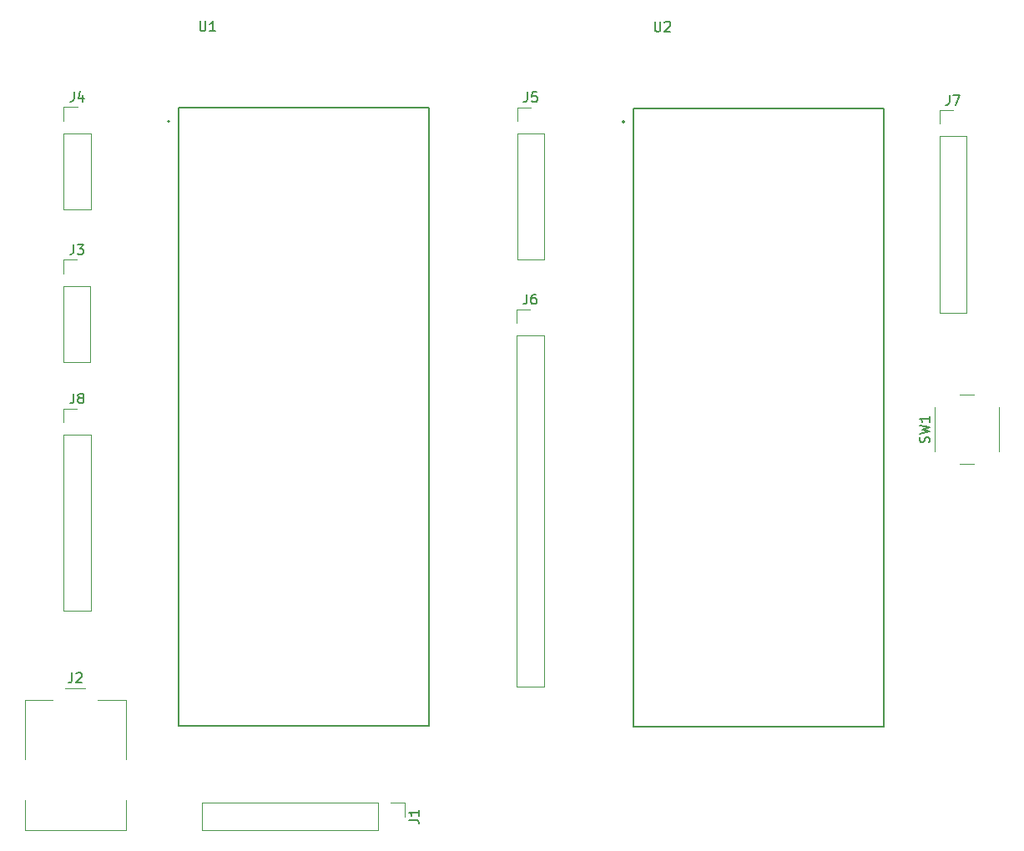
<source format=gbr>
%TF.GenerationSoftware,KiCad,Pcbnew,9.0.3*%
%TF.CreationDate,2025-07-31T09:13:31-06:00*%
%TF.ProjectId,ARC-210-ESP32S3-Board,4152432d-3231-4302-9d45-535033325333,rev?*%
%TF.SameCoordinates,Original*%
%TF.FileFunction,Legend,Top*%
%TF.FilePolarity,Positive*%
%FSLAX46Y46*%
G04 Gerber Fmt 4.6, Leading zero omitted, Abs format (unit mm)*
G04 Created by KiCad (PCBNEW 9.0.3) date 2025-07-31 09:13:31*
%MOMM*%
%LPD*%
G01*
G04 APERTURE LIST*
%ADD10C,0.150000*%
%ADD11C,0.127000*%
%ADD12C,0.200000*%
%ADD13C,0.120000*%
G04 APERTURE END LIST*
D10*
X190063095Y-37919819D02*
X190063095Y-38729342D01*
X190063095Y-38729342D02*
X190110714Y-38824580D01*
X190110714Y-38824580D02*
X190158333Y-38872200D01*
X190158333Y-38872200D02*
X190253571Y-38919819D01*
X190253571Y-38919819D02*
X190444047Y-38919819D01*
X190444047Y-38919819D02*
X190539285Y-38872200D01*
X190539285Y-38872200D02*
X190586904Y-38824580D01*
X190586904Y-38824580D02*
X190634523Y-38729342D01*
X190634523Y-38729342D02*
X190634523Y-37919819D01*
X191063095Y-38015057D02*
X191110714Y-37967438D01*
X191110714Y-37967438D02*
X191205952Y-37919819D01*
X191205952Y-37919819D02*
X191444047Y-37919819D01*
X191444047Y-37919819D02*
X191539285Y-37967438D01*
X191539285Y-37967438D02*
X191586904Y-38015057D01*
X191586904Y-38015057D02*
X191634523Y-38110295D01*
X191634523Y-38110295D02*
X191634523Y-38205533D01*
X191634523Y-38205533D02*
X191586904Y-38348390D01*
X191586904Y-38348390D02*
X191015476Y-38919819D01*
X191015476Y-38919819D02*
X191634523Y-38919819D01*
X143923095Y-37879819D02*
X143923095Y-38689342D01*
X143923095Y-38689342D02*
X143970714Y-38784580D01*
X143970714Y-38784580D02*
X144018333Y-38832200D01*
X144018333Y-38832200D02*
X144113571Y-38879819D01*
X144113571Y-38879819D02*
X144304047Y-38879819D01*
X144304047Y-38879819D02*
X144399285Y-38832200D01*
X144399285Y-38832200D02*
X144446904Y-38784580D01*
X144446904Y-38784580D02*
X144494523Y-38689342D01*
X144494523Y-38689342D02*
X144494523Y-37879819D01*
X145494523Y-38879819D02*
X144923095Y-38879819D01*
X145208809Y-38879819D02*
X145208809Y-37879819D01*
X145208809Y-37879819D02*
X145113571Y-38022676D01*
X145113571Y-38022676D02*
X145018333Y-38117914D01*
X145018333Y-38117914D02*
X144923095Y-38165533D01*
X217887200Y-80633332D02*
X217934819Y-80490475D01*
X217934819Y-80490475D02*
X217934819Y-80252380D01*
X217934819Y-80252380D02*
X217887200Y-80157142D01*
X217887200Y-80157142D02*
X217839580Y-80109523D01*
X217839580Y-80109523D02*
X217744342Y-80061904D01*
X217744342Y-80061904D02*
X217649104Y-80061904D01*
X217649104Y-80061904D02*
X217553866Y-80109523D01*
X217553866Y-80109523D02*
X217506247Y-80157142D01*
X217506247Y-80157142D02*
X217458628Y-80252380D01*
X217458628Y-80252380D02*
X217411009Y-80442856D01*
X217411009Y-80442856D02*
X217363390Y-80538094D01*
X217363390Y-80538094D02*
X217315771Y-80585713D01*
X217315771Y-80585713D02*
X217220533Y-80633332D01*
X217220533Y-80633332D02*
X217125295Y-80633332D01*
X217125295Y-80633332D02*
X217030057Y-80585713D01*
X217030057Y-80585713D02*
X216982438Y-80538094D01*
X216982438Y-80538094D02*
X216934819Y-80442856D01*
X216934819Y-80442856D02*
X216934819Y-80204761D01*
X216934819Y-80204761D02*
X216982438Y-80061904D01*
X216934819Y-79728570D02*
X217934819Y-79490475D01*
X217934819Y-79490475D02*
X217220533Y-79299999D01*
X217220533Y-79299999D02*
X217934819Y-79109523D01*
X217934819Y-79109523D02*
X216934819Y-78871428D01*
X217934819Y-77966666D02*
X217934819Y-78538094D01*
X217934819Y-78252380D02*
X216934819Y-78252380D01*
X216934819Y-78252380D02*
X217077676Y-78347618D01*
X217077676Y-78347618D02*
X217172914Y-78442856D01*
X217172914Y-78442856D02*
X217220533Y-78538094D01*
X131116666Y-75654819D02*
X131116666Y-76369104D01*
X131116666Y-76369104D02*
X131069047Y-76511961D01*
X131069047Y-76511961D02*
X130973809Y-76607200D01*
X130973809Y-76607200D02*
X130830952Y-76654819D01*
X130830952Y-76654819D02*
X130735714Y-76654819D01*
X131735714Y-76083390D02*
X131640476Y-76035771D01*
X131640476Y-76035771D02*
X131592857Y-75988152D01*
X131592857Y-75988152D02*
X131545238Y-75892914D01*
X131545238Y-75892914D02*
X131545238Y-75845295D01*
X131545238Y-75845295D02*
X131592857Y-75750057D01*
X131592857Y-75750057D02*
X131640476Y-75702438D01*
X131640476Y-75702438D02*
X131735714Y-75654819D01*
X131735714Y-75654819D02*
X131926190Y-75654819D01*
X131926190Y-75654819D02*
X132021428Y-75702438D01*
X132021428Y-75702438D02*
X132069047Y-75750057D01*
X132069047Y-75750057D02*
X132116666Y-75845295D01*
X132116666Y-75845295D02*
X132116666Y-75892914D01*
X132116666Y-75892914D02*
X132069047Y-75988152D01*
X132069047Y-75988152D02*
X132021428Y-76035771D01*
X132021428Y-76035771D02*
X131926190Y-76083390D01*
X131926190Y-76083390D02*
X131735714Y-76083390D01*
X131735714Y-76083390D02*
X131640476Y-76131009D01*
X131640476Y-76131009D02*
X131592857Y-76178628D01*
X131592857Y-76178628D02*
X131545238Y-76273866D01*
X131545238Y-76273866D02*
X131545238Y-76464342D01*
X131545238Y-76464342D02*
X131592857Y-76559580D01*
X131592857Y-76559580D02*
X131640476Y-76607200D01*
X131640476Y-76607200D02*
X131735714Y-76654819D01*
X131735714Y-76654819D02*
X131926190Y-76654819D01*
X131926190Y-76654819D02*
X132021428Y-76607200D01*
X132021428Y-76607200D02*
X132069047Y-76559580D01*
X132069047Y-76559580D02*
X132116666Y-76464342D01*
X132116666Y-76464342D02*
X132116666Y-76273866D01*
X132116666Y-76273866D02*
X132069047Y-76178628D01*
X132069047Y-76178628D02*
X132021428Y-76131009D01*
X132021428Y-76131009D02*
X131926190Y-76083390D01*
X219976666Y-45364819D02*
X219976666Y-46079104D01*
X219976666Y-46079104D02*
X219929047Y-46221961D01*
X219929047Y-46221961D02*
X219833809Y-46317200D01*
X219833809Y-46317200D02*
X219690952Y-46364819D01*
X219690952Y-46364819D02*
X219595714Y-46364819D01*
X220357619Y-45364819D02*
X221024285Y-45364819D01*
X221024285Y-45364819D02*
X220595714Y-46364819D01*
X177086666Y-65574819D02*
X177086666Y-66289104D01*
X177086666Y-66289104D02*
X177039047Y-66431961D01*
X177039047Y-66431961D02*
X176943809Y-66527200D01*
X176943809Y-66527200D02*
X176800952Y-66574819D01*
X176800952Y-66574819D02*
X176705714Y-66574819D01*
X177991428Y-65574819D02*
X177800952Y-65574819D01*
X177800952Y-65574819D02*
X177705714Y-65622438D01*
X177705714Y-65622438D02*
X177658095Y-65670057D01*
X177658095Y-65670057D02*
X177562857Y-65812914D01*
X177562857Y-65812914D02*
X177515238Y-66003390D01*
X177515238Y-66003390D02*
X177515238Y-66384342D01*
X177515238Y-66384342D02*
X177562857Y-66479580D01*
X177562857Y-66479580D02*
X177610476Y-66527200D01*
X177610476Y-66527200D02*
X177705714Y-66574819D01*
X177705714Y-66574819D02*
X177896190Y-66574819D01*
X177896190Y-66574819D02*
X177991428Y-66527200D01*
X177991428Y-66527200D02*
X178039047Y-66479580D01*
X178039047Y-66479580D02*
X178086666Y-66384342D01*
X178086666Y-66384342D02*
X178086666Y-66146247D01*
X178086666Y-66146247D02*
X178039047Y-66051009D01*
X178039047Y-66051009D02*
X177991428Y-66003390D01*
X177991428Y-66003390D02*
X177896190Y-65955771D01*
X177896190Y-65955771D02*
X177705714Y-65955771D01*
X177705714Y-65955771D02*
X177610476Y-66003390D01*
X177610476Y-66003390D02*
X177562857Y-66051009D01*
X177562857Y-66051009D02*
X177515238Y-66146247D01*
X177136666Y-45074819D02*
X177136666Y-45789104D01*
X177136666Y-45789104D02*
X177089047Y-45931961D01*
X177089047Y-45931961D02*
X176993809Y-46027200D01*
X176993809Y-46027200D02*
X176850952Y-46074819D01*
X176850952Y-46074819D02*
X176755714Y-46074819D01*
X178089047Y-45074819D02*
X177612857Y-45074819D01*
X177612857Y-45074819D02*
X177565238Y-45551009D01*
X177565238Y-45551009D02*
X177612857Y-45503390D01*
X177612857Y-45503390D02*
X177708095Y-45455771D01*
X177708095Y-45455771D02*
X177946190Y-45455771D01*
X177946190Y-45455771D02*
X178041428Y-45503390D01*
X178041428Y-45503390D02*
X178089047Y-45551009D01*
X178089047Y-45551009D02*
X178136666Y-45646247D01*
X178136666Y-45646247D02*
X178136666Y-45884342D01*
X178136666Y-45884342D02*
X178089047Y-45979580D01*
X178089047Y-45979580D02*
X178041428Y-46027200D01*
X178041428Y-46027200D02*
X177946190Y-46074819D01*
X177946190Y-46074819D02*
X177708095Y-46074819D01*
X177708095Y-46074819D02*
X177612857Y-46027200D01*
X177612857Y-46027200D02*
X177565238Y-45979580D01*
X131136666Y-45044819D02*
X131136666Y-45759104D01*
X131136666Y-45759104D02*
X131089047Y-45901961D01*
X131089047Y-45901961D02*
X130993809Y-45997200D01*
X130993809Y-45997200D02*
X130850952Y-46044819D01*
X130850952Y-46044819D02*
X130755714Y-46044819D01*
X132041428Y-45378152D02*
X132041428Y-46044819D01*
X131803333Y-44997200D02*
X131565238Y-45711485D01*
X131565238Y-45711485D02*
X132184285Y-45711485D01*
X131096666Y-60544819D02*
X131096666Y-61259104D01*
X131096666Y-61259104D02*
X131049047Y-61401961D01*
X131049047Y-61401961D02*
X130953809Y-61497200D01*
X130953809Y-61497200D02*
X130810952Y-61544819D01*
X130810952Y-61544819D02*
X130715714Y-61544819D01*
X131477619Y-60544819D02*
X132096666Y-60544819D01*
X132096666Y-60544819D02*
X131763333Y-60925771D01*
X131763333Y-60925771D02*
X131906190Y-60925771D01*
X131906190Y-60925771D02*
X132001428Y-60973390D01*
X132001428Y-60973390D02*
X132049047Y-61021009D01*
X132049047Y-61021009D02*
X132096666Y-61116247D01*
X132096666Y-61116247D02*
X132096666Y-61354342D01*
X132096666Y-61354342D02*
X132049047Y-61449580D01*
X132049047Y-61449580D02*
X132001428Y-61497200D01*
X132001428Y-61497200D02*
X131906190Y-61544819D01*
X131906190Y-61544819D02*
X131620476Y-61544819D01*
X131620476Y-61544819D02*
X131525238Y-61497200D01*
X131525238Y-61497200D02*
X131477619Y-61449580D01*
X130946666Y-103994819D02*
X130946666Y-104709104D01*
X130946666Y-104709104D02*
X130899047Y-104851961D01*
X130899047Y-104851961D02*
X130803809Y-104947200D01*
X130803809Y-104947200D02*
X130660952Y-104994819D01*
X130660952Y-104994819D02*
X130565714Y-104994819D01*
X131375238Y-104090057D02*
X131422857Y-104042438D01*
X131422857Y-104042438D02*
X131518095Y-103994819D01*
X131518095Y-103994819D02*
X131756190Y-103994819D01*
X131756190Y-103994819D02*
X131851428Y-104042438D01*
X131851428Y-104042438D02*
X131899047Y-104090057D01*
X131899047Y-104090057D02*
X131946666Y-104185295D01*
X131946666Y-104185295D02*
X131946666Y-104280533D01*
X131946666Y-104280533D02*
X131899047Y-104423390D01*
X131899047Y-104423390D02*
X131327619Y-104994819D01*
X131327619Y-104994819D02*
X131946666Y-104994819D01*
X165114819Y-118923333D02*
X165829104Y-118923333D01*
X165829104Y-118923333D02*
X165971961Y-118970952D01*
X165971961Y-118970952D02*
X166067200Y-119066190D01*
X166067200Y-119066190D02*
X166114819Y-119209047D01*
X166114819Y-119209047D02*
X166114819Y-119304285D01*
X166114819Y-117923333D02*
X166114819Y-118494761D01*
X166114819Y-118209047D02*
X165114819Y-118209047D01*
X165114819Y-118209047D02*
X165257676Y-118304285D01*
X165257676Y-118304285D02*
X165352914Y-118399523D01*
X165352914Y-118399523D02*
X165400533Y-118494761D01*
D11*
%TO.C,U2*%
X187900000Y-46700000D02*
X213300000Y-46700000D01*
X187900000Y-109440000D02*
X187900000Y-46700000D01*
X213300000Y-46700000D02*
X213300000Y-109440000D01*
X213300000Y-109440000D02*
X187900000Y-109440000D01*
D12*
X186984000Y-48098000D02*
G75*
G02*
X186784000Y-48098000I-100000J0D01*
G01*
X186784000Y-48098000D02*
G75*
G02*
X186984000Y-48098000I100000J0D01*
G01*
D11*
%TO.C,U1*%
X141760000Y-46660000D02*
X167160000Y-46660000D01*
X141760000Y-109400000D02*
X141760000Y-46660000D01*
X167160000Y-46660000D02*
X167160000Y-109400000D01*
X167160000Y-109400000D02*
X141760000Y-109400000D01*
D12*
X140844000Y-48058000D02*
G75*
G02*
X140644000Y-48058000I-100000J0D01*
G01*
X140644000Y-48058000D02*
G75*
G02*
X140844000Y-48058000I100000J0D01*
G01*
D13*
%TO.C,SW1*%
X220980000Y-82800000D02*
X222480000Y-82800000D01*
X224980000Y-81550000D02*
X224980000Y-77050000D01*
X218480000Y-77050000D02*
X218480000Y-81550000D01*
X222480000Y-75800000D02*
X220980000Y-75800000D01*
%TO.C,J8*%
X130070000Y-77200000D02*
X131450000Y-77200000D01*
X130070000Y-78580000D02*
X130070000Y-77200000D01*
X130070000Y-79850000D02*
X130070000Y-97740000D01*
X130070000Y-79850000D02*
X132830000Y-79850000D01*
X130070000Y-97740000D02*
X132830000Y-97740000D01*
X132830000Y-79850000D02*
X132830000Y-97740000D01*
%TO.C,J7*%
X218930000Y-46910000D02*
X220310000Y-46910000D01*
X218930000Y-48290000D02*
X218930000Y-46910000D01*
X218930000Y-49560000D02*
X218930000Y-67450000D01*
X218930000Y-49560000D02*
X221690000Y-49560000D01*
X218930000Y-67450000D02*
X221690000Y-67450000D01*
X221690000Y-49560000D02*
X221690000Y-67450000D01*
%TO.C,J6*%
X176040000Y-67120000D02*
X177420000Y-67120000D01*
X176040000Y-68500000D02*
X176040000Y-67120000D01*
X176040000Y-69770000D02*
X176040000Y-105440000D01*
X176040000Y-69770000D02*
X178800000Y-69770000D01*
X176040000Y-105440000D02*
X178800000Y-105440000D01*
X178800000Y-69770000D02*
X178800000Y-105440000D01*
%TO.C,J5*%
X176090000Y-46620000D02*
X177470000Y-46620000D01*
X176090000Y-48000000D02*
X176090000Y-46620000D01*
X176090000Y-49270000D02*
X176090000Y-62080000D01*
X176090000Y-49270000D02*
X178850000Y-49270000D01*
X176090000Y-62080000D02*
X178850000Y-62080000D01*
X178850000Y-49270000D02*
X178850000Y-62080000D01*
%TO.C,J4*%
X130090000Y-46590000D02*
X131470000Y-46590000D01*
X130090000Y-47970000D02*
X130090000Y-46590000D01*
X130090000Y-49240000D02*
X130090000Y-56970000D01*
X130090000Y-49240000D02*
X132850000Y-49240000D01*
X130090000Y-56970000D02*
X132850000Y-56970000D01*
X132850000Y-49240000D02*
X132850000Y-56970000D01*
%TO.C,J3*%
X132810000Y-64740000D02*
X132810000Y-72470000D01*
X130050000Y-72470000D02*
X132810000Y-72470000D01*
X130050000Y-64740000D02*
X132810000Y-64740000D01*
X130050000Y-64740000D02*
X130050000Y-72470000D01*
X130050000Y-63470000D02*
X130050000Y-62090000D01*
X130050000Y-62090000D02*
X131430000Y-62090000D01*
%TO.C,J2*%
X126170000Y-106730000D02*
X128980000Y-106730000D01*
X126170000Y-112790000D02*
X126170000Y-106730000D01*
X126170000Y-119950000D02*
X126170000Y-116890000D01*
X130280000Y-105540000D02*
X132280000Y-105540000D01*
X133580000Y-106730000D02*
X136390000Y-106730000D01*
X136390000Y-106730000D02*
X136390000Y-112790000D01*
X136390000Y-116890000D02*
X136390000Y-119950000D01*
X136390000Y-119950000D02*
X126170000Y-119950000D01*
%TO.C,J1*%
X164660000Y-117210000D02*
X164660000Y-118590000D01*
X163280000Y-117210000D02*
X164660000Y-117210000D01*
X162010000Y-117210000D02*
X144120000Y-117210000D01*
X162010000Y-117210000D02*
X162010000Y-119970000D01*
X144120000Y-117210000D02*
X144120000Y-119970000D01*
X162010000Y-119970000D02*
X144120000Y-119970000D01*
%TD*%
M02*

</source>
